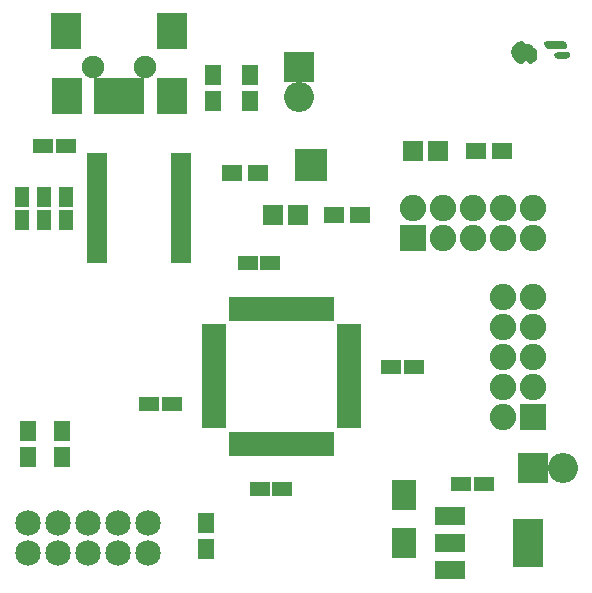
<source format=gts>
G04 #@! TF.FileFunction,Soldermask,Top*
%FSLAX46Y46*%
G04 Gerber Fmt 4.6, Leading zero omitted, Abs format (unit mm)*
G04 Created by KiCad (PCBNEW 4.0.2-stable) date 14/07/2016 12:59:32*
%MOMM*%
G01*
G04 APERTURE LIST*
%ADD10C,0.152400*%
%ADD11C,0.002540*%
%ADD12R,1.408000X1.708000*%
%ADD13R,1.708000X1.258000*%
%ADD14R,2.540000X4.165600*%
%ADD15R,2.540000X1.524000*%
%ADD16C,2.159000*%
%ADD17R,2.540000X2.540000*%
%ADD18O,2.540000X2.540000*%
%ADD19R,0.914400X2.032000*%
%ADD20R,2.032000X0.914400*%
%ADD21R,1.778000X0.914400*%
%ADD22R,1.005840X3.007360*%
%ADD23R,2.506980X3.007360*%
%ADD24C,1.915160*%
%ADD25R,1.708000X1.408000*%
%ADD26R,1.258000X1.708000*%
%ADD27R,2.108000X2.508000*%
%ADD28R,2.235200X2.235200*%
%ADD29O,2.235200X2.235200*%
%ADD30R,1.706880X1.706880*%
%ADD31R,2.743200X2.743200*%
G04 APERTURE END LIST*
D10*
D11*
G36*
X122284640Y-85073520D02*
X122261780Y-85327520D01*
X122172880Y-85492620D01*
X122038260Y-85606920D01*
X121812200Y-85744080D01*
X121662340Y-85764400D01*
X121550580Y-85660260D01*
X121517560Y-85604380D01*
X121423580Y-85426580D01*
X121235620Y-85604380D01*
X121052740Y-85739000D01*
X120885100Y-85759320D01*
X120692060Y-85655180D01*
X120486320Y-85479920D01*
X120288200Y-85274180D01*
X120194220Y-85091300D01*
X120168820Y-84857620D01*
X120168820Y-84822060D01*
X120194220Y-84555360D01*
X120295820Y-84352160D01*
X120448220Y-84189600D01*
X120727620Y-83981320D01*
X120971460Y-83925440D01*
X121167040Y-84027040D01*
X121184820Y-84047360D01*
X121357540Y-84133720D01*
X121459140Y-84123560D01*
X121611540Y-84131180D01*
X121807120Y-84258180D01*
X121954440Y-84392800D01*
X122155100Y-84611240D01*
X122254160Y-84796660D01*
X122284640Y-85017640D01*
X122284640Y-85073520D01*
X122284640Y-85073520D01*
X122284640Y-85073520D01*
G37*
X122284640Y-85073520D02*
X122261780Y-85327520D01*
X122172880Y-85492620D01*
X122038260Y-85606920D01*
X121812200Y-85744080D01*
X121662340Y-85764400D01*
X121550580Y-85660260D01*
X121517560Y-85604380D01*
X121423580Y-85426580D01*
X121235620Y-85604380D01*
X121052740Y-85739000D01*
X120885100Y-85759320D01*
X120692060Y-85655180D01*
X120486320Y-85479920D01*
X120288200Y-85274180D01*
X120194220Y-85091300D01*
X120168820Y-84857620D01*
X120168820Y-84822060D01*
X120194220Y-84555360D01*
X120295820Y-84352160D01*
X120448220Y-84189600D01*
X120727620Y-83981320D01*
X120971460Y-83925440D01*
X121167040Y-84027040D01*
X121184820Y-84047360D01*
X121357540Y-84133720D01*
X121459140Y-84123560D01*
X121611540Y-84131180D01*
X121807120Y-84258180D01*
X121954440Y-84392800D01*
X122155100Y-84611240D01*
X122254160Y-84796660D01*
X122284640Y-85017640D01*
X122284640Y-85073520D01*
X122284640Y-85073520D01*
G36*
X125065940Y-85126860D02*
X124959260Y-85258940D01*
X124710340Y-85340220D01*
X124443640Y-85358000D01*
X124103280Y-85330060D01*
X123907700Y-85243700D01*
X123887380Y-85223380D01*
X123808640Y-85048120D01*
X123887380Y-84916040D01*
X124110900Y-84834760D01*
X124443640Y-84806820D01*
X124758600Y-84822060D01*
X124944020Y-84875400D01*
X125022760Y-84949060D01*
X125065940Y-85126860D01*
X125065940Y-85126860D01*
X125065940Y-85126860D01*
G37*
X125065940Y-85126860D02*
X124959260Y-85258940D01*
X124710340Y-85340220D01*
X124443640Y-85358000D01*
X124103280Y-85330060D01*
X123907700Y-85243700D01*
X123887380Y-85223380D01*
X123808640Y-85048120D01*
X123887380Y-84916040D01*
X124110900Y-84834760D01*
X124443640Y-84806820D01*
X124758600Y-84822060D01*
X124944020Y-84875400D01*
X125022760Y-84949060D01*
X125065940Y-85126860D01*
X125065940Y-85126860D01*
G36*
X124806860Y-84263260D02*
X124776380Y-84385180D01*
X124631600Y-84461380D01*
X124352200Y-84502020D01*
X123943260Y-84512180D01*
X123516540Y-84499480D01*
X123216820Y-84466460D01*
X123066960Y-84410580D01*
X123064420Y-84410580D01*
X122983140Y-84248020D01*
X122962820Y-84113400D01*
X122970440Y-84024500D01*
X123011080Y-83968620D01*
X123120300Y-83935600D01*
X123326040Y-83922900D01*
X123658780Y-83917820D01*
X123806100Y-83917820D01*
X124197260Y-83922900D01*
X124453800Y-83935600D01*
X124608740Y-83968620D01*
X124695100Y-84021960D01*
X124738280Y-84080380D01*
X124806860Y-84263260D01*
X124806860Y-84263260D01*
X124806860Y-84263260D01*
G37*
X124806860Y-84263260D02*
X124776380Y-84385180D01*
X124631600Y-84461380D01*
X124352200Y-84502020D01*
X123943260Y-84512180D01*
X123516540Y-84499480D01*
X123216820Y-84466460D01*
X123066960Y-84410580D01*
X123064420Y-84410580D01*
X122983140Y-84248020D01*
X122962820Y-84113400D01*
X122970440Y-84024500D01*
X123011080Y-83968620D01*
X123120300Y-83935600D01*
X123326040Y-83922900D01*
X123658780Y-83917820D01*
X123806100Y-83917820D01*
X124197260Y-83922900D01*
X124453800Y-83935600D01*
X124608740Y-83968620D01*
X124695100Y-84021960D01*
X124738280Y-84080380D01*
X124806860Y-84263260D01*
X124806860Y-84263260D01*
D12*
X79250000Y-116900000D03*
X79250000Y-119100000D03*
X82125000Y-116900000D03*
X82125000Y-119100000D03*
X94350000Y-124700000D03*
X94350000Y-126900000D03*
D13*
X117825000Y-121375000D03*
X115925000Y-121375000D03*
D14*
X121552000Y-126400000D03*
D15*
X114948000Y-126400000D03*
X114948000Y-128686000D03*
X114948000Y-124114000D03*
D16*
X79245000Y-127220000D03*
X79245000Y-124680000D03*
X81785000Y-127220000D03*
X81785000Y-124680000D03*
X84325000Y-127220000D03*
X84325000Y-124680000D03*
X86865000Y-127220000D03*
X86865000Y-124680000D03*
X89405000Y-127220000D03*
X89405000Y-124680000D03*
D17*
X102225000Y-86075000D03*
D18*
X102225000Y-88615000D03*
D19*
X100725000Y-106560000D03*
X99924900Y-106560000D03*
X99124800Y-106560000D03*
X98324700Y-106560000D03*
X97524600Y-106560000D03*
X96724500Y-106560000D03*
X101525100Y-106560000D03*
X102325200Y-106560000D03*
X103125300Y-106560000D03*
X103925400Y-106560000D03*
X104725500Y-106560000D03*
X100725000Y-117990000D03*
X99924900Y-117990000D03*
X99124800Y-117990000D03*
X98324700Y-117990000D03*
X97524600Y-117990000D03*
X96724500Y-117990000D03*
X101525100Y-117990000D03*
X102325200Y-117990000D03*
X103125300Y-117990000D03*
X103925400Y-117990000D03*
X104725500Y-117990000D03*
D20*
X95010000Y-112275000D03*
X106440000Y-112275000D03*
X95010000Y-113075100D03*
X106440000Y-113075100D03*
X106440000Y-113875200D03*
X95010000Y-113875200D03*
X95010000Y-114675300D03*
X106440000Y-114675300D03*
X106440000Y-115475400D03*
X95010000Y-115475400D03*
X95010000Y-116275500D03*
X106440000Y-116275500D03*
X106440000Y-111474900D03*
X95010000Y-111474900D03*
X95010000Y-110674800D03*
X106440000Y-110674800D03*
X106440000Y-109874700D03*
X95010000Y-109874700D03*
X95010000Y-109074600D03*
X106440000Y-109074600D03*
X106440000Y-108274500D03*
X95010000Y-108274500D03*
D21*
X92231000Y-102291000D03*
X92231000Y-101656000D03*
X92231000Y-100995600D03*
X92231000Y-100335200D03*
X92231000Y-99700200D03*
X92231000Y-99039800D03*
X92231000Y-98379400D03*
X92231000Y-97744400D03*
X92231000Y-97084000D03*
X92231000Y-96449000D03*
X92231000Y-95788600D03*
X92231000Y-95128200D03*
X92231000Y-94493200D03*
X92231000Y-93832800D03*
X85119000Y-93832800D03*
X85119000Y-94493200D03*
X85119000Y-95102800D03*
X85119000Y-95788600D03*
X85119000Y-96449000D03*
X85119000Y-97084000D03*
X85119000Y-97744400D03*
X85119000Y-98379400D03*
X85119000Y-99039800D03*
X85119000Y-99700200D03*
X85119000Y-100335200D03*
X85119000Y-100995600D03*
X85119000Y-101656000D03*
X85119000Y-102291000D03*
D22*
X86925000Y-88599360D03*
X87722560Y-88599360D03*
X85327340Y-88599360D03*
X86127440Y-88599360D03*
D23*
X82426660Y-83100260D03*
X91423340Y-83100260D03*
X82525720Y-88599360D03*
X91423340Y-88599360D03*
D24*
X89124640Y-86100000D03*
X84725360Y-86100000D03*
D22*
X88522660Y-88599360D03*
D12*
X94925000Y-89025000D03*
X94925000Y-86825000D03*
X98050000Y-86825000D03*
X98050000Y-89025000D03*
D25*
X98725000Y-95125000D03*
X96525000Y-95125000D03*
D26*
X78700000Y-97125000D03*
X78700000Y-99025000D03*
X80600000Y-97125000D03*
X80600000Y-99025000D03*
X82500000Y-97125000D03*
X82500000Y-99025000D03*
D13*
X82450000Y-92800000D03*
X80550000Y-92800000D03*
X91425000Y-114675000D03*
X89525000Y-114675000D03*
X100750000Y-121800000D03*
X98850000Y-121800000D03*
X110000000Y-111475000D03*
X111900000Y-111475000D03*
X97850000Y-102700000D03*
X99750000Y-102700000D03*
D27*
X111050000Y-126375000D03*
X111050000Y-122375000D03*
D28*
X121975000Y-115750000D03*
D29*
X119435000Y-115750000D03*
X121975000Y-113210000D03*
X119435000Y-113210000D03*
X121975000Y-110670000D03*
X119435000Y-110670000D03*
X121975000Y-108130000D03*
X119435000Y-108130000D03*
X121975000Y-105590000D03*
X119435000Y-105590000D03*
D28*
X111825000Y-100550000D03*
D29*
X111825000Y-98010000D03*
X114365000Y-100550000D03*
X114365000Y-98010000D03*
X116905000Y-100550000D03*
X116905000Y-98010000D03*
X119445000Y-100550000D03*
X119445000Y-98010000D03*
X121985000Y-100550000D03*
X121985000Y-98010000D03*
D17*
X121975000Y-120050000D03*
D18*
X124515000Y-120050000D03*
D30*
X111825980Y-93200000D03*
X113924020Y-93200000D03*
X100025980Y-98650000D03*
X102124020Y-98650000D03*
D25*
X107350000Y-98650000D03*
X105150000Y-98650000D03*
X119400000Y-93200000D03*
X117200000Y-93200000D03*
D31*
X103200000Y-94400000D03*
M02*

</source>
